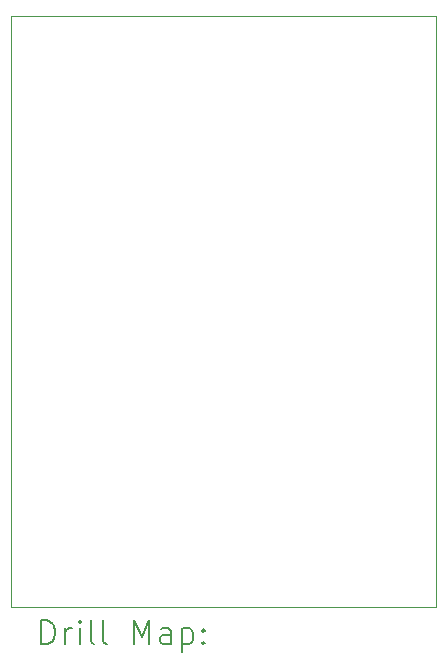
<source format=gbr>
%TF.GenerationSoftware,KiCad,Pcbnew,8.0.5*%
%TF.CreationDate,2024-11-12T19:43:36-03:00*%
%TF.ProjectId,Teste R_pido Fonte Chaveada,54657374-6520-452e-9170-69646f20466f,rev?*%
%TF.SameCoordinates,Original*%
%TF.FileFunction,Drillmap*%
%TF.FilePolarity,Positive*%
%FSLAX45Y45*%
G04 Gerber Fmt 4.5, Leading zero omitted, Abs format (unit mm)*
G04 Created by KiCad (PCBNEW 8.0.5) date 2024-11-12 19:43:36*
%MOMM*%
%LPD*%
G01*
G04 APERTURE LIST*
%ADD10C,0.050000*%
%ADD11C,0.200000*%
G04 APERTURE END LIST*
D10*
X9900000Y-5000000D02*
X13500000Y-5000000D01*
X13500000Y-10000000D01*
X9900000Y-10000000D01*
X9900000Y-5000000D01*
D11*
X10158277Y-10313984D02*
X10158277Y-10113984D01*
X10158277Y-10113984D02*
X10205896Y-10113984D01*
X10205896Y-10113984D02*
X10234467Y-10123508D01*
X10234467Y-10123508D02*
X10253515Y-10142555D01*
X10253515Y-10142555D02*
X10263039Y-10161603D01*
X10263039Y-10161603D02*
X10272563Y-10199698D01*
X10272563Y-10199698D02*
X10272563Y-10228270D01*
X10272563Y-10228270D02*
X10263039Y-10266365D01*
X10263039Y-10266365D02*
X10253515Y-10285412D01*
X10253515Y-10285412D02*
X10234467Y-10304460D01*
X10234467Y-10304460D02*
X10205896Y-10313984D01*
X10205896Y-10313984D02*
X10158277Y-10313984D01*
X10358277Y-10313984D02*
X10358277Y-10180650D01*
X10358277Y-10218746D02*
X10367801Y-10199698D01*
X10367801Y-10199698D02*
X10377324Y-10190174D01*
X10377324Y-10190174D02*
X10396372Y-10180650D01*
X10396372Y-10180650D02*
X10415420Y-10180650D01*
X10482086Y-10313984D02*
X10482086Y-10180650D01*
X10482086Y-10113984D02*
X10472563Y-10123508D01*
X10472563Y-10123508D02*
X10482086Y-10133031D01*
X10482086Y-10133031D02*
X10491610Y-10123508D01*
X10491610Y-10123508D02*
X10482086Y-10113984D01*
X10482086Y-10113984D02*
X10482086Y-10133031D01*
X10605896Y-10313984D02*
X10586848Y-10304460D01*
X10586848Y-10304460D02*
X10577324Y-10285412D01*
X10577324Y-10285412D02*
X10577324Y-10113984D01*
X10710658Y-10313984D02*
X10691610Y-10304460D01*
X10691610Y-10304460D02*
X10682086Y-10285412D01*
X10682086Y-10285412D02*
X10682086Y-10113984D01*
X10939229Y-10313984D02*
X10939229Y-10113984D01*
X10939229Y-10113984D02*
X11005896Y-10256841D01*
X11005896Y-10256841D02*
X11072563Y-10113984D01*
X11072563Y-10113984D02*
X11072563Y-10313984D01*
X11253515Y-10313984D02*
X11253515Y-10209222D01*
X11253515Y-10209222D02*
X11243991Y-10190174D01*
X11243991Y-10190174D02*
X11224943Y-10180650D01*
X11224943Y-10180650D02*
X11186848Y-10180650D01*
X11186848Y-10180650D02*
X11167801Y-10190174D01*
X11253515Y-10304460D02*
X11234467Y-10313984D01*
X11234467Y-10313984D02*
X11186848Y-10313984D01*
X11186848Y-10313984D02*
X11167801Y-10304460D01*
X11167801Y-10304460D02*
X11158277Y-10285412D01*
X11158277Y-10285412D02*
X11158277Y-10266365D01*
X11158277Y-10266365D02*
X11167801Y-10247317D01*
X11167801Y-10247317D02*
X11186848Y-10237793D01*
X11186848Y-10237793D02*
X11234467Y-10237793D01*
X11234467Y-10237793D02*
X11253515Y-10228270D01*
X11348753Y-10180650D02*
X11348753Y-10380650D01*
X11348753Y-10190174D02*
X11367801Y-10180650D01*
X11367801Y-10180650D02*
X11405896Y-10180650D01*
X11405896Y-10180650D02*
X11424943Y-10190174D01*
X11424943Y-10190174D02*
X11434467Y-10199698D01*
X11434467Y-10199698D02*
X11443991Y-10218746D01*
X11443991Y-10218746D02*
X11443991Y-10275889D01*
X11443991Y-10275889D02*
X11434467Y-10294936D01*
X11434467Y-10294936D02*
X11424943Y-10304460D01*
X11424943Y-10304460D02*
X11405896Y-10313984D01*
X11405896Y-10313984D02*
X11367801Y-10313984D01*
X11367801Y-10313984D02*
X11348753Y-10304460D01*
X11529705Y-10294936D02*
X11539229Y-10304460D01*
X11539229Y-10304460D02*
X11529705Y-10313984D01*
X11529705Y-10313984D02*
X11520182Y-10304460D01*
X11520182Y-10304460D02*
X11529705Y-10294936D01*
X11529705Y-10294936D02*
X11529705Y-10313984D01*
X11529705Y-10190174D02*
X11539229Y-10199698D01*
X11539229Y-10199698D02*
X11529705Y-10209222D01*
X11529705Y-10209222D02*
X11520182Y-10199698D01*
X11520182Y-10199698D02*
X11529705Y-10190174D01*
X11529705Y-10190174D02*
X11529705Y-10209222D01*
M02*

</source>
